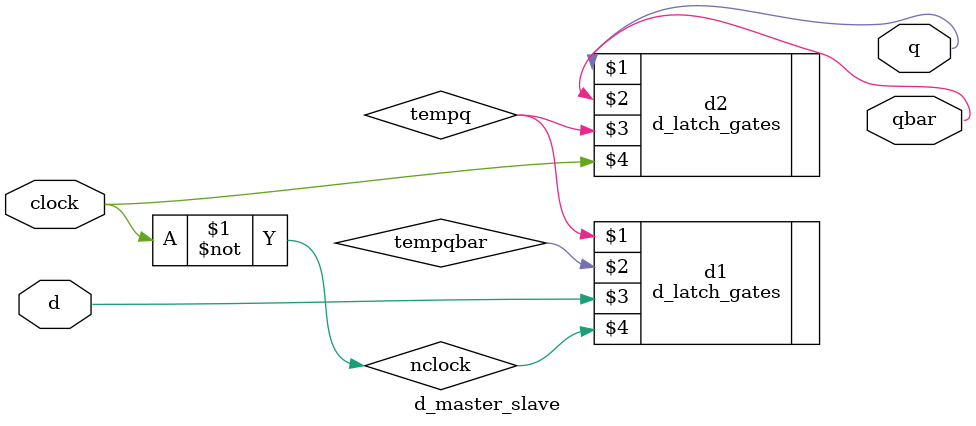
<source format=v>
`include "sr_ff.v"
`include "d_latch.v"

module d_ff_tt(output reg q,qbar, input d, clock);

always @(posedge clock) begin
    q = d;
    qbar = ~d;
end
endmodule



module d_ff_sr(output q,qbar, input d, clock);

sr_ff_tt s(q,qbar,d,~d,clock);

endmodule



module d_master_slave(q,qbar,d,clock);
output q,qbar;
input d, clock;

wire nclock,tempq,tempqbar;
not (nclock,clock);

d_latch_gates d1(tempq,tempqbar,d,nclock);
d_latch_gates d2(q,qbar,tempq,clock);

endmodule
</source>
